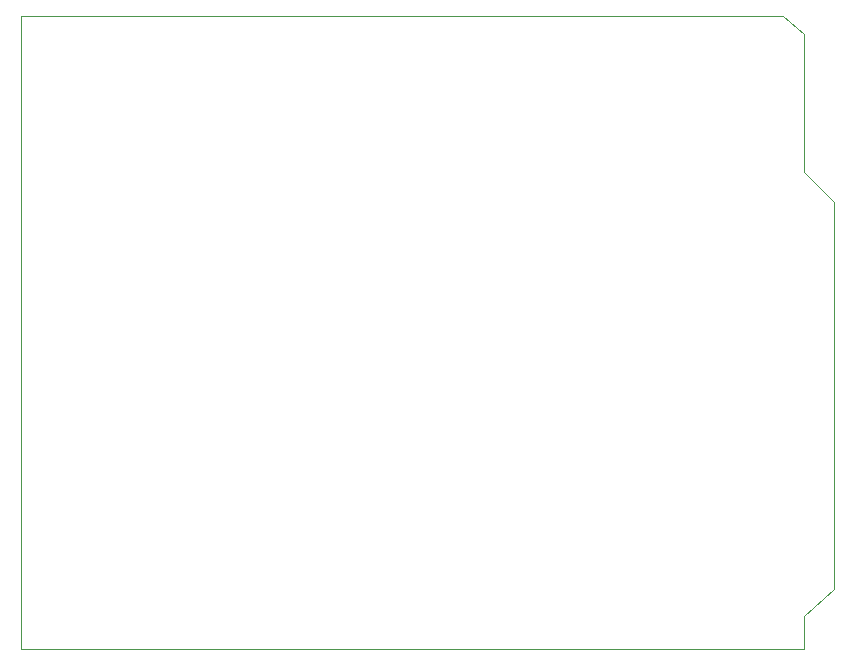
<source format=gbr>
G04 #@! TF.GenerationSoftware,KiCad,Pcbnew,(5.1.4-0-10_14)*
G04 #@! TF.CreationDate,2020-06-11T20:45:35+02:00*
G04 #@! TF.ProjectId,zArduino,7a417264-7569-46e6-9f2e-6b696361645f,rev?*
G04 #@! TF.SameCoordinates,Original*
G04 #@! TF.FileFunction,Profile,NP*
%FSLAX46Y46*%
G04 Gerber Fmt 4.6, Leading zero omitted, Abs format (unit mm)*
G04 Created by KiCad (PCBNEW (5.1.4-0-10_14)) date 2020-06-11 20:45:35*
%MOMM*%
%LPD*%
G04 APERTURE LIST*
%ADD10C,0.050000*%
G04 APERTURE END LIST*
D10*
X118872000Y-126746000D02*
X118872000Y-73152000D01*
X185166000Y-126746000D02*
X118872000Y-126746000D01*
X185166000Y-123952000D02*
X185166000Y-126746000D01*
X187706000Y-121666000D02*
X185166000Y-123952000D01*
X187706000Y-88900000D02*
X187706000Y-121666000D01*
X185166000Y-86360000D02*
X187706000Y-88900000D01*
X185166000Y-74676000D02*
X185166000Y-86360000D01*
X183388000Y-73152000D02*
X185166000Y-74676000D01*
X118872000Y-73152000D02*
X183388000Y-73152000D01*
M02*

</source>
